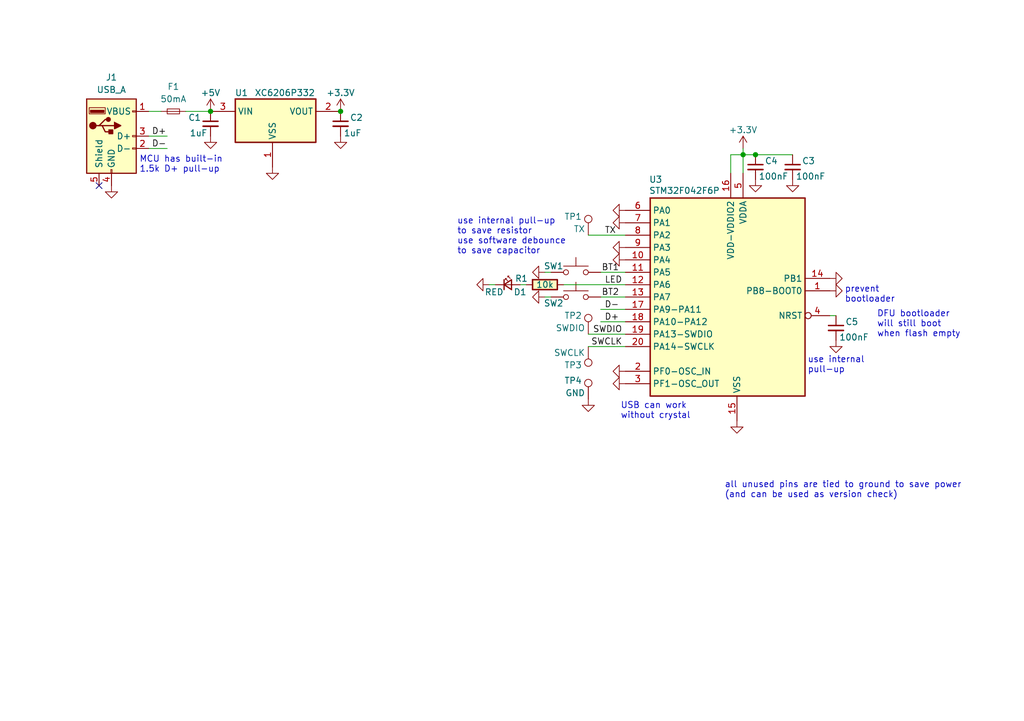
<source format=kicad_sch>
(kicad_sch (version 20231120) (generator "eeschema") (generator_version "8.0")
  (paper "A5")
  (title_block (title "passkey") (date "$date$") (rev "$version$.$revision$") (company "CuVoodoo") (comment 1 "King Kévin") (comment 2 "CERN-OHL-S") (comment 3 "credential typer"))
  (lib_symbols
    (symbol "Connector:TestPoint" (pin_numbers hide) (pin_names (offset 0.762) hide)
      (property "Reference" "TP" (at 0 6.858 0))
      (property "Value" "TestPoint" (at 0 5.08 0))
      (symbol "TestPoint_0_1"
        (circle (center 0 3.302) (radius 0.762))
      )
      (symbol "TestPoint_1_1"
        (pin passive line (at 0 0 90) (length 2.54) (name "1") (number "1"))
      )
    )
    (symbol "Connector:USB_A" (pin_names (offset 1.016))
      (property "Reference" "J" (at -5.08 11.43 0))
      (property "Value" "USB_A" (at -5.08 8.89 0))
      (symbol "USB_A_0_1"
        (rectangle (start -5.08 -7.62) (end 5.08 7.62) (stroke (width 0.254)) (fill (type background)))
        (circle (center -3.81 2.159) (radius 0.635) (stroke (width 0.254)) (fill (type outline)))
        (rectangle (start -1.524 4.826) (end -4.318 5.334) (fill (type outline)))
        (rectangle (start -1.27 4.572) (end -4.572 5.842))
        (circle (center -0.635 3.429) (radius 0.381) (stroke (width 0.254)) (fill (type outline)))
        (rectangle (start -0.127 -7.62) (end 0.127 -6.858))
        (polyline (pts (xy -3.175 2.159) (xy -2.54 2.159) (xy -1.27 3.429) (xy -0.635 3.429)) (stroke (width 0.254)))
        (polyline (pts (xy -2.54 2.159) (xy -1.905 2.159) (xy -1.27 0.889) (xy 0 0.889)) (stroke (width 0.254)))
        (polyline (pts (xy 0.635 2.794) (xy 0.635 1.524) (xy 1.905 2.159) (xy 0.635 2.794)) (stroke (width 0.254)) (fill (type outline)))
        (rectangle (start 0.254 1.27) (end -0.508 0.508) (stroke (width 0.254)) (fill (type outline)))
        (rectangle (start 5.08 -2.667) (end 4.318 -2.413))
        (rectangle (start 5.08 -0.127) (end 4.318 0.127))
        (rectangle (start 5.08 4.953) (end 4.318 5.207))
      )
      (symbol "USB_A_1_1"
        (polyline (pts (xy -1.905 2.159) (xy 0.635 2.159)) (stroke (width 0.254)))
        (pin power_in line (at 7.62 5.08 180) (length 2.54) (name "VBUS") (number "1"))
        (pin bidirectional line (at 7.62 -2.54 180) (length 2.54) (name "D-") (number "2"))
        (pin bidirectional line (at 7.62 0 180) (length 2.54) (name "D+") (number "3"))
        (pin power_in line (at 0 -10.16 90) (length 2.54) (name "GND") (number "4"))
        (pin passive line (at -2.54 -10.16 90) (length 2.54) (name "Shield") (number "5"))
      )
    )
    (symbol "partdb:LED/KT-0603R" (pin_numbers hide) (pin_names (offset 0.254) hide)
      (property "Reference" "D" (at -1.27 3.175 0))
      (property "Value" "LED_Small" (at -4.445 -2.54 0))
      (symbol "LED/KT-0603R_0_1"
        (polyline (pts (xy -0.762 -1.016) (xy -0.762 1.016)) (stroke (width 0.254)))
        (polyline (pts (xy 1.016 0) (xy -0.762 0)))
        (polyline (pts (xy 0.762 -1.016) (xy -0.762 0) (xy 0.762 1.016) (xy 0.762 -1.016)) (stroke (width 0.254)))
        (polyline (pts (xy 0 0.762) (xy -0.508 1.27) (xy -0.254 1.27) (xy -0.508 1.27) (xy -0.508 1.016)))
        (polyline (pts (xy 0.508 1.27) (xy 0 1.778) (xy 0.254 1.778) (xy 0 1.778) (xy 0 1.524)))
      )
      (symbol "LED/KT-0603R_1_1"
        (pin passive line (at -2.54 0 0) (length 1.778) (name "K") (number "1"))
        (pin passive line (at 2.54 0 180) (length 1.778) (name "A") (number "2"))
      )
    )
    (symbol "partdb:MCU/STM32F042F6P6"
      (property "Reference" "U" (at 0 0.762 0))
      (property "Value" "STM32F042FxP" (at 18.542 -41.402 0))
      (symbol "MCU/STM32F042F6P6_1_1"
        (rectangle (start 0 0) (end 31.75 -40.64) (stroke (width 0.305)) (fill (type background)))
        (pin bidirectional line (at 36.83 -19.05 180) (length 5.08) (name "PB8-BOOT0") (number "1"))
        (pin bidirectional line (at -5.08 -12.7 0) (length 5.08) (name "PA4") (number "10"))
        (pin bidirectional line (at -5.08 -15.24 0) (length 5.08) (name "PA5") (number "11"))
        (pin bidirectional line (at -5.08 -17.78 0) (length 5.08) (name "PA6") (number "12"))
        (pin bidirectional line (at -5.08 -20.32 0) (length 5.08) (name "PA7") (number "13"))
        (pin bidirectional line (at 36.83 -16.51 180) (length 5.08) (name "PB1") (number "14"))
        (pin power_in line (at 17.78 -45.72 90) (length 5.08) (name "VSS") (number "15"))
        (pin unspecified line (at 16.51 5.08 270) (length 5.08) (name "VDD-VDDIO2") (number "16"))
        (pin bidirectional line (at -5.08 -22.86 0) (length 5.08) (name "PA9-PA11") (number "17"))
        (pin bidirectional line (at -5.08 -25.4 0) (length 5.08) (name "PA10-PA12") (number "18"))
        (pin bidirectional line (at -5.08 -27.94 0) (length 5.08) (name "PA13-SWDIO") (number "19"))
        (pin bidirectional line (at -5.08 -35.56 0) (length 5.08) (name "PF0-OSC_IN") (number "2"))
        (pin bidirectional line (at -5.08 -30.48 0) (length 5.08) (name "PA14-SWCLK") (number "20"))
        (pin bidirectional line (at -5.08 -38.1 0) (length 5.08) (name "PF1-OSC_OUT") (number "3"))
        (pin input inverted (at 36.83 -24.13 180) (length 5.08) (name "NRST") (number "4"))
        (pin power_in line (at 19.05 5.08 270) (length 5.08) (name "VDDA") (number "5"))
        (pin bidirectional line (at -5.08 -2.54 0) (length 5.08) (name "PA0") (number "6"))
        (pin bidirectional line (at -5.08 -5.08 0) (length 5.08) (name "PA1") (number "7"))
        (pin bidirectional line (at -5.08 -7.62 0) (length 5.08) (name "PA2") (number "8"))
        (pin bidirectional line (at -5.08 -10.16 0) (length 5.08) (name "PA3") (number "9"))
      )
    )
    (symbol "partdb:button/1TS003B-1900-3500A-CT" (pin_numbers hide) (pin_names (offset 1.016) hide)
      (property "Reference" "SW" (at 1.27 2.54 0))
      (property "Value" "SW_Push" (at 0 -1.524 0))
      (symbol "button/1TS003B-1900-3500A-CT_0_1"
        (circle (center -2.032 0) (radius 0.508))
        (polyline (pts (xy 0 1.27) (xy 0 3.048)))
        (polyline (pts (xy 2.54 1.27) (xy -2.54 1.27)))
        (circle (center 2.032 0) (radius 0.508))
        (pin passive line (at -5.08 0 0) (length 2.54) (name "1") (number "1"))
        (pin passive line (at 5.08 0 180) (length 2.54) (name "2") (number "2"))
      )
    )
    (symbol "partdb:capacitor/C0603 0.1uF 50V" (pin_numbers hide) (pin_names (offset 0.254) hide)
      (property "Reference" "C" (at 0.254 1.778 0))
      (property "Value" "C_Small" (at 0.254 -2.032 0))
      (symbol "capacitor/C0603 0.1uF 50V_0_1"
        (polyline (pts (xy -1.524 -0.508) (xy 1.524 -0.508)) (stroke (width 0.3302)))
        (polyline (pts (xy -1.524 0.508) (xy 1.524 0.508)) (stroke (width 0.3048)))
      )
      (symbol "capacitor/C0603 0.1uF 50V_1_1"
        (pin passive line (at 0 2.54 270) (length 2.032) (name "~") (number "1"))
        (pin passive line (at 0 -2.54 90) (length 2.032) (name "~") (number "2"))
      )
    )
    (symbol "partdb:capacitor/CL10A105KB8NNNC" (pin_numbers hide) (pin_names (offset 0.254) hide)
      (property "Reference" "C" (at 0.254 1.778 0))
      (property "Value" "C_Small" (at 0.254 -2.032 0))
      (symbol "capacitor/CL10A105KB8NNNC_0_1"
        (polyline (pts (xy -1.524 -0.508) (xy 1.524 -0.508)) (stroke (width 0.3302)))
        (polyline (pts (xy -1.524 0.508) (xy 1.524 0.508)) (stroke (width 0.3048)))
      )
      (symbol "capacitor/CL10A105KB8NNNC_1_1"
        (pin passive line (at 0 2.54 270) (length 2.032) (name "~") (number "1"))
        (pin passive line (at 0 -2.54 90) (length 2.032) (name "~") (number "2"))
      )
    )
    (symbol "partdb:fuse/nSMD005" (pin_numbers hide) (pin_names (offset 0.254) hide)
      (property "Reference" "F" (at 0 -1.524 0))
      (property "Value" "Fuse_Small" (at 0 1.524 0))
      (symbol "fuse/nSMD005_0_1"
        (rectangle (start -1.27 0.508) (end 1.27 -0.508))
        (polyline (pts (xy -1.27 0) (xy 1.27 0)))
      )
      (symbol "fuse/nSMD005_1_1"
        (pin passive line (at -2.54 0 0) (length 1.27) (name "~") (number "1"))
        (pin passive line (at 2.54 0 180) (length 1.27) (name "~") (number "2"))
      )
    )
    (symbol "partdb:resistor/0603WAF1002T5E" (pin_numbers hide) (pin_names hide)
      (property "Reference" "R" (at 0 1.778 0))
      (property "Value" "R0603" (at 0 -1.778 0))
      (symbol "resistor/0603WAF1002T5E_1_1"
        (rectangle (start -2.54 1.016) (end 2.54 -1.016) (stroke (width 0.305)) (fill (type background)))
        (pin passive line (at -3.81 0 0) (length 1.27) (name "L") (number "1"))
        (pin passive line (at 3.81 0 180) (length 1.27) (name "R") (number "2"))
      )
    )
    (symbol "partdb:voltage regulator/XC6206P332MR"
      (property "Reference" "U" (at 8.255 0.762 0))
      (property "Value" "XC6206" (at 8.382 -9.652 0))
      (symbol "voltage regulator/XC6206P332MR_1_1"
        (rectangle (start 0 0) (end 16.51 -8.89) (stroke (width 0.305)) (fill (type background)))
        (pin power_in line (at 7.62 -13.97 90) (length 5.08) (name "VSS") (number "1"))
        (pin unspecified line (at 21.59 -2.54 180) (length 5.08) (name "VOUT") (number "2"))
        (pin power_in line (at -5.08 -2.54 0) (length 5.08) (name "VIN") (number "3"))
      )
    )
    (symbol "power:+3.3V" (power) (pin_names (offset 0))
      (property "Value" "+3.3V" (at 0 3.556 0))
      (symbol "+3.3V_0_1"
        (polyline (pts (xy -0.762 1.27) (xy 0 2.54)))
        (polyline (pts (xy 0 0) (xy 0 2.54)))
        (polyline (pts (xy 0 2.54) (xy 0.762 1.27)))
      )
      (symbol "+3.3V_1_1"
        (pin power_in line (at 0 0 90) (length 0) hide (name "+3.3V") (number "1"))
      )
    )
    (symbol "power:+5V" (power) (pin_names (offset 0))
      (property "Value" "+5V" (at 0 3.556 0))
      (symbol "+5V_0_1"
        (polyline (pts (xy -0.762 1.27) (xy 0 2.54)))
        (polyline (pts (xy 0 0) (xy 0 2.54)))
        (polyline (pts (xy 0 2.54) (xy 0.762 1.27)))
      )
      (symbol "+5V_1_1"
        (pin power_in line (at 0 0 90) (length 0) hide (name "+5V") (number "1"))
      )
    )
    (symbol "power:GND" (power) (pin_names (offset 0))
      (property "Value" "GND" (at 0 -3.81 0))
      (symbol "GND_0_1"
        (polyline (pts (xy 0 0) (xy 0 -1.27) (xy 1.27 -1.27) (xy 0 -2.54) (xy -1.27 -1.27) (xy 0 -1.27)))
      )
      (symbol "GND_1_1"
        (pin power_in line (at 0 0 270) (length 0) hide (name "GND") (number "1"))
      )
    )
  )
  (junction (at 69.85 22.86))
  (junction (at 154.94 31.75))
  (junction (at 152.4 31.75))
  (junction (at 43.18 22.86))
  (no_connect (at 20.32 38.1))
  (wire (pts (xy 120.65 48.26) (xy 128.27 48.26)))
  (wire (pts (xy 171.45 64.77) (xy 170.18 64.77)))
  (wire (pts (xy 152.4 31.75) (xy 149.86 31.75)))
  (wire (pts (xy 123.19 55.88) (xy 128.27 55.88)))
  (wire (pts (xy 38.1 22.86) (xy 43.18 22.86)))
  (wire (pts (xy 123.19 63.5) (xy 128.27 63.5)))
  (wire (pts (xy 162.56 31.75) (xy 154.94 31.75)))
  (wire (pts (xy 123.19 66.04) (xy 128.27 66.04)))
  (wire (pts (xy 30.48 27.94) (xy 34.29 27.94)))
  (wire (pts (xy 120.65 71.12) (xy 128.27 71.12)))
  (wire (pts (xy 152.4 30.48) (xy 152.4 31.75)))
  (wire (pts (xy 128.27 60.96) (xy 123.19 60.96)))
  (wire (pts (xy 106.68 58.42) (xy 107.95 58.42)))
  (wire (pts (xy 154.94 31.75) (xy 152.4 31.75)))
  (wire (pts (xy 149.86 31.75) (xy 149.86 35.56)))
  (wire (pts (xy 100.33 58.42) (xy 101.6 58.42)))
  (wire (pts (xy 115.57 58.42) (xy 128.27 58.42)))
  (wire (pts (xy 152.4 31.75) (xy 152.4 35.56)))
  (wire (pts (xy 111.76 60.96) (xy 113.03 60.96)))
  (wire (pts (xy 111.76 55.88) (xy 113.03 55.88)))
  (wire (pts (xy 30.48 22.86) (xy 33.02 22.86)))
  (wire (pts (xy 120.65 68.58) (xy 128.27 68.58)))
  (wire (pts (xy 30.48 30.48) (xy 34.29 30.48)))
  (text "use internal\npull-up" (at 165.608 76.708 0) (effects (font (size 1.27 1.27)) (justify left bottom)))
  (text "all unused pins are tied to ground to save power\n(and can be used as version check)" (at 148.59 102.362 0) (effects (font (size 1.27 1.27)) (justify left bottom)))
  (text "prevent\nbootloader" (at 173.228 62.23 0) (effects (font (size 1.27 1.27)) (justify left bottom)))
  (text "USB can work\nwithout crystal" (at 127.254 86.106 0) (effects (font (size 1.27 1.27)) (justify left bottom)))
  (text "DFU bootloader\nwill still boot\nwhen flash empty" (at 179.832 66.548 0) (effects (font (size 1.27 1.27)) (justify left)))
  (text "MCU has built-in\n1.5k D+ pull-up" (at 28.575 35.56 0) (effects (font (size 1.27 1.27)) (justify left bottom)))
  (text "use internal pull-up\nto save resistor\nuse software debounce\nto save capacitor" (at 93.726 52.324 0) (effects (font (size 1.27 1.27)) (justify left bottom)))
  (label "D-" (at 31.115 30.48 0))
  (label "D+" (at 127 66.04 180))
  (label "BT2" (at 127 60.96 180))
  (label "BT1" (at 127 55.88 180))
  (label "D+" (at 31.115 27.94 0))
  (label "TX" (at 126.365 48.26 180))
  (label "LED" (at 127.635 58.42 180))
  (label "SWDIO" (at 127.635 68.58 180))
  (label "SWCLK" (at 127.635 71.12 180))
  (label "D-" (at 127 63.5 180))
  (symbol (lib_id "power:GND") (at 43.18 27.94 0) (unit 1)
    (property "Reference" "#PWR03" (effects (hide yes)))
    (property "Value" "GND" (effects (hide yes)))
  )
  (symbol (lib_id "power:GND") (at 170.18 57.15 90) (mirror x) (unit 1)
    (property "Reference" "#PWR023" (effects (hide yes)))
    (property "Value" "GND" (effects (hide yes)))
  )
  (symbol (lib_id "power:GND") (at 151.13 86.36 0) (mirror y) (unit 1)
    (property "Reference" "#PWR016" (effects (hide yes)))
    (property "Value" "GND" (effects (hide yes)))
  )
  (symbol (lib_id "partdb:MCU/STM32F042F6P6") (at 133.35 40.64 0) (unit 1)
    (property "Reference" "U3" (at 133.096 36.83 0) (effects (justify left)))
    (property "Value" "STM32F042F6P" (at 133.096 39.116 0) (effects (justify left)))
    (property "Footprint" "qeda:SOP65P640X120-20N" (effects (hide yes)))
    (property "Datasheet" "https://www.st.com/resource/en/datasheet/stm32f042f6.pdf" (effects (hide yes)))
    (property "Description" "Cortex-M0 USB line MCU, 32KB flash" (effects (hide yes)))
    (property "qeda_part" "mcu/st_stm32f042" (effects (hide yes)))
    (property "qeda_variant" "FxP" (effects (hide yes)))
    (property "JLCPCB_CORRECTION" "0;0;90" (effects (hide yes)))
    (property "LCSC" "C2969989" (effects (hide yes)))
  )
  (symbol (lib_id "partdb:LED/KT-0603R") (at 104.14 58.42 0) (unit 1)
    (property "Reference" "D1" (at 106.68 59.944 0))
    (property "Value" "RED" (at 101.346 59.944 0))
    (property "Footprint" "qeda:UPC1608X90N" (effects (hide yes)))
    (property "Datasheet" "https://datasheet.lcsc.com/lcsc/1810231112_Hubei-KENTO-Elec-KT-0603R_C2286.pdf" (effects (hide yes)))
    (property "Description" "LED red 0603" (effects (hide yes)))
    (property "qeda_part" "diode/led0603" (effects (hide yes)))
    (property "JLCPCB_CORRECTION" "0;0;90" (effects (hide yes)))
    (property "JLCPCB" "C2286" (effects (hide yes)))
  )
  (symbol (lib_id "power:GND") (at 154.94 36.83 0) (mirror y) (unit 1)
    (property "Reference" "#PWR010" (effects (hide yes)))
    (property "Value" "GND" (effects (hide yes)))
  )
  (symbol (lib_id "partdb:resistor/0603WAF1002T5E") (at 111.76 58.42 0) (mirror y) (unit 1)
    (property "Reference" "R1" (at 106.934 57.15 0))
    (property "Value" "10k" (at 111.76 58.42 0))
    (property "Footprint" "qeda:UC1608X55N" (effects (hide yes)))
    (property "Datasheet" "https://datasheet.lcsc.com/lcsc/2206010045_UNI-ROYAL-Uniroyal-Elec-0603WAF1002T5E_C25804.pdf" (effects (hide yes)))
    (property "Description" "R0603 10k 1%" (effects (hide yes)))
    (property "qeda_part" "resistor/r0603" (effects (hide yes)))
    (property "JLCPCB_CORRECTION" "0;0;-90" (effects (hide yes)))
    (property "LCSC" "C25804" (effects (hide yes)))
    (property "JLCPCB" "C21190" (effects (hide yes)))
  )
  (symbol (lib_id "power:GND") (at 120.65 81.915 0) (unit 1)
    (property "Reference" "#PWR013" (effects (hide yes)))
    (property "Value" "GND" (effects (hide yes)))
  )
  (symbol (lib_id "partdb:capacitor/CL10A105KB8NNNC") (at 69.85 25.4 0) (unit 1)
    (property "Reference" "C2" (at 71.755 24.13 0) (effects (justify left)))
    (property "Value" "1uF" (at 70.485 27.305 0) (effects (justify left)))
    (property "Footprint" "qeda:CAPC1608X92N" (effects (hide yes)))
    (property "Datasheet" "https://datasheet.lcsc.com/lcsc/2304140030_Samsung-Electro-Mechanics-CL10A105KB8NNNC_C15849.pdf" (effects (hide yes)))
    (property "Description" "C0603 1uF 50V" (effects (hide yes)))
    (property "qeda_part" "capacitor/c0603" (effects (hide yes)))
    (property "JLCPCB_CORRECTION" "0;0;-90" (effects (hide yes)))
    (property "JLCPCB" "C15849" (effects (hide yes)))
  )
  (symbol (lib_id "partdb:voltage regulator/XC6206P332MR") (at 48.26 20.32 0) (unit 1)
    (property "Reference" "U1" (at 49.53 19.05 0))
    (property "Value" "XC6206P332" (at 58.42 19.05 0))
    (property "Footprint" "qeda:SOT95P280X130-3N" (effects (hide yes)))
    (property "Datasheet" "https://www.torexsemi.com/file/xc6206/XC6206.pdf" (effects (hide yes)))
    (property "Description" "LDO 3.3V 0.2A" (effects (hide yes)))
    (property "qeda_part" "vreg/ldo_torex_xc6206" (effects (hide yes)))
    (property "qeda_variant" "MR" (effects (hide yes)))
    (property "JLCPCB_CORRECTION" "0;0;0" (effects (hide yes)))
    (property "JLCPCB" "C5446" (effects (hide yes)))
  )
  (symbol (lib_id "power:GND") (at 111.76 60.96 270) (mirror x) (unit 1)
    (property "Reference" "#PWR014" (effects (hide yes)))
    (property "Value" "GND" (effects (hide yes)))
  )
  (symbol (lib_id "Connector:TestPoint") (at 120.65 71.12 180) (unit 1)
    (property "Reference" "TP3" (at 119.38 74.93 0) (effects (justify left)))
    (property "Value" "SWCLK" (at 120.015 72.39 0) (effects (justify left)))
    (property "Footprint" "TestPoint:TestPoint_Pad_D1.0mm" (effects (hide yes)))
  )
  (symbol (lib_id "partdb:button/1TS003B-1900-3500A-CT") (at 118.11 55.88 0) (unit 1)
    (property "Reference" "SW1" (at 113.538 54.61 0))
    (property "Value" "SW_Push" (effects (hide yes)))
    (property "Footprint" "qeda:MECHANICAL_1TS003B" (effects (hide yes)))
    (property "Datasheet" "https://datasheet.lcsc.com/lcsc/1811070920_HYP--Hongyuan-Precision-1TS003B-1900-3500A-CT_C319395.pdf" (effects (hide yes)))
    (property "Description" "side button" (effects (hide yes)))
    (property "qeda_part" "mechanical/smd-button_hyp_1ts003b" (effects (hide yes)))
    (property "JLCPCB_CORRECTION" "0;0.7;180" (effects (hide yes)))
    (property "LCSC" "C319395" (effects (hide yes)))
  )
  (symbol (lib_id "power:GND") (at 111.76 55.88 270) (mirror x) (unit 1)
    (property "Reference" "#PWR06" (effects (hide yes)))
    (property "Value" "GND" (effects (hide yes)))
  )
  (symbol (lib_id "power:GND") (at 22.86 38.1 0) (unit 1)
    (property "Reference" "#PWR01" (effects (hide yes)))
    (property "Value" "GND" (effects (hide yes)))
  )
  (symbol (lib_id "power:+3.3V") (at 152.4 30.48 0) (mirror y) (unit 1)
    (property "Reference" "#PWR011" (effects (hide yes)))
    (property "Value" "+3.3V" (at 152.4 26.67 0))
  )
  (symbol (lib_id "power:+3.3V") (at 69.85 22.86 0) (unit 1)
    (property "Reference" "#PWR07" (effects (hide yes)))
    (property "Value" "+3.3V" (at 69.85 19.05 0))
  )
  (symbol (lib_id "partdb:capacitor/C0603 0.1uF 50V") (at 154.94 34.29 0) (unit 1)
    (property "Reference" "C4" (at 156.845 33.02 0) (effects (justify left)))
    (property "Value" "100nF" (at 155.575 36.195 0) (effects (justify left)))
    (property "Footprint" "qeda:CAPC1608X92N" (effects (hide yes)))
    (property "Description" "100nF ±20% 50V X7R" (effects (hide yes)))
    (property "qeda_part" "capacitor/c0603" (effects (hide yes)))
    (property "JLCPCB_CORRECTION" "0;0;-90" (effects (hide yes)))
    (property "LCSC" "C108097" (effects (hide yes)))
    (property "JLCPCB" "C14663" (effects (hide yes)))
  )
  (symbol (lib_id "partdb:capacitor/CL10A105KB8NNNC") (at 43.18 25.4 0) (mirror y) (unit 1)
    (property "Reference" "C1" (at 41.275 24.13 0) (effects (justify left)))
    (property "Value" "1uF" (at 42.545 27.305 0) (effects (justify left)))
    (property "Footprint" "qeda:CAPC1608X92N" (effects (hide yes)))
    (property "Datasheet" "https://datasheet.lcsc.com/lcsc/2304140030_Samsung-Electro-Mechanics-CL10A105KB8NNNC_C15849.pdf" (effects (hide yes)))
    (property "Description" "C0603 1uF 50V" (effects (hide yes)))
    (property "qeda_part" "capacitor/c0603" (effects (hide yes)))
    (property "JLCPCB_CORRECTION" "0;0;-90" (effects (hide yes)))
    (property "JLCPCB" "C15849" (effects (hide yes)))
  )
  (symbol (lib_id "partdb:capacitor/C0603 0.1uF 50V") (at 171.45 67.31 0) (unit 1)
    (property "Reference" "C5" (at 173.355 66.04 0) (effects (justify left)))
    (property "Value" "100nF" (at 172.085 69.215 0) (effects (justify left)))
    (property "Footprint" "qeda:CAPC1608X92N" (effects (hide yes)))
    (property "Description" "100nF ±20% 50V X7R" (effects (hide yes)))
    (property "qeda_part" "capacitor/c0603" (effects (hide yes)))
    (property "JLCPCB_CORRECTION" "0;0;-90" (effects (hide yes)))
    (property "LCSC" "C108097" (effects (hide yes)))
    (property "JLCPCB" "C14663" (effects (hide yes)))
  )
  (symbol (lib_id "Connector:TestPoint") (at 120.65 48.26 0) (mirror y) (unit 1)
    (property "Reference" "TP1" (at 119.38 44.45 0) (effects (justify left)))
    (property "Value" "TX" (at 120.015 46.99 0) (effects (justify left)))
    (property "Footprint" "TestPoint:TestPoint_Pad_D1.0mm" (effects (hide yes)))
  )
  (symbol (lib_id "Connector:USB_A") (at 22.86 27.94 0) (unit 1) (in_bom no)
    (property "Reference" "J1" (at 22.86 15.875 0))
    (property "Value" "USB_A" (at 22.86 18.415 0))
    (property "Footprint" "qeda:CONNECTOR_USB-A-PLUG" (effects (hide yes)))
    (property "Datasheet" " ~" (effects (hide yes)))
  )
  (symbol (lib_id "Connector:TestPoint") (at 120.65 68.58 0) (mirror y) (unit 1)
    (property "Reference" "TP2" (at 119.38 64.77 0) (effects (justify left)))
    (property "Value" "SWDIO" (at 120.015 67.31 0) (effects (justify left)))
    (property "Footprint" "TestPoint:TestPoint_Pad_D1.0mm" (effects (hide yes)))
  )
  (symbol (lib_id "power:GND") (at 128.27 53.34 270) (mirror x) (unit 1)
    (property "Reference" "#PWR020" (effects (hide yes)))
    (property "Value" "GND" (effects (hide yes)))
  )
  (symbol (lib_id "power:GND") (at 100.33 58.42 270) (mirror x) (unit 1)
    (property "Reference" "#PWR017" (effects (hide yes)))
    (property "Value" "GND" (effects (hide yes)))
  )
  (symbol (lib_id "partdb:fuse/nSMD005") (at 35.56 22.86 0) (unit 1)
    (property "Reference" "F1" (at 35.56 17.78 0))
    (property "Value" "50mA" (at 35.56 20.32 0))
    (property "Footprint" "qeda:FUSC3215X117N" (effects (hide yes)))
    (property "Datasheet" "https://datasheet.lcsc.com/lcsc/2304140030_TECHFUSE-nSMD005_C70064.pdf" (effects (hide yes)))
    (property "Description" "PTC fuse 150mA" (effects (hide yes)))
    (property "qeda_part" "vreg/fuse_1206" (effects (hide yes)))
    (property "JLCPCB_CORRECTION" "0;0;90" (effects (hide yes)))
    (property "LCSC" "C70064" (effects (hide yes)))
  )
  (symbol (lib_id "partdb:capacitor/C0603 0.1uF 50V") (at 162.56 34.29 0) (unit 1)
    (property "Reference" "C3" (at 164.465 33.02 0) (effects (justify left)))
    (property "Value" "100nF" (at 163.195 36.195 0) (effects (justify left)))
    (property "Footprint" "qeda:CAPC1608X92N" (effects (hide yes)))
    (property "Description" "100nF ±20% 50V X7R" (effects (hide yes)))
    (property "qeda_part" "capacitor/c0603" (effects (hide yes)))
    (property "JLCPCB_CORRECTION" "0;0;-90" (effects (hide yes)))
    (property "LCSC" "C108097" (effects (hide yes)))
    (property "JLCPCB" "C14663" (effects (hide yes)))
  )
  (symbol (lib_id "Connector:TestPoint") (at 120.65 81.915 0) (mirror y) (unit 1)
    (property "Reference" "TP4" (at 119.38 78.105 0) (effects (justify left)))
    (property "Value" "GND" (at 120.015 80.645 0) (effects (justify left)))
    (property "Footprint" "TestPoint:TestPoint_Pad_D1.0mm" (effects (hide yes)))
  )
  (symbol (lib_id "power:GND") (at 128.27 43.18 270) (mirror x) (unit 1)
    (property "Reference" "#PWR04" (effects (hide yes)))
    (property "Value" "GND" (effects (hide yes)))
  )
  (symbol (lib_id "power:GND") (at 128.27 78.74 270) (mirror x) (unit 1)
    (property "Reference" "#PWR022" (effects (hide yes)))
    (property "Value" "GND" (effects (hide yes)))
  )
  (symbol (lib_id "power:GND") (at 128.27 76.2 270) (mirror x) (unit 1)
    (property "Reference" "#PWR021" (effects (hide yes)))
    (property "Value" "GND" (effects (hide yes)))
  )
  (symbol (lib_id "power:GND") (at 128.27 50.8 270) (mirror x) (unit 1)
    (property "Reference" "#PWR019" (effects (hide yes)))
    (property "Value" "GND" (effects (hide yes)))
  )
  (symbol (lib_id "power:GND") (at 170.18 59.69 90) (unit 1)
    (property "Reference" "#PWR015" (effects (hide yes)))
    (property "Value" "GND" (effects (hide yes)))
  )
  (symbol (lib_id "power:GND") (at 69.85 27.94 0) (unit 1)
    (property "Reference" "#PWR08" (effects (hide yes)))
    (property "Value" "GND" (effects (hide yes)))
  )
  (symbol (lib_id "power:GND") (at 162.56 36.83 0) (mirror y) (unit 1)
    (property "Reference" "#PWR09" (effects (hide yes)))
    (property "Value" "GND" (effects (hide yes)))
  )
  (symbol (lib_id "power:+5V") (at 43.18 22.86 0) (unit 1)
    (property "Reference" "#PWR02" (effects (hide yes)))
    (property "Value" "+5V" (at 43.18 19.05 0))
  )
  (symbol (lib_id "partdb:button/1TS003B-1900-3500A-CT") (at 118.11 60.96 0) (mirror y) (unit 1)
    (property "Reference" "SW2" (at 113.538 62.23 0))
    (property "Value" "SW_Push" (effects (hide yes)))
    (property "Footprint" "qeda:MECHANICAL_1TS003B" (effects (hide yes)))
    (property "Datasheet" "https://datasheet.lcsc.com/lcsc/1811070920_HYP--Hongyuan-Precision-1TS003B-1900-3500A-CT_C319395.pdf" (effects (hide yes)))
    (property "Description" "side button" (effects (hide yes)))
    (property "qeda_part" "mechanical/smd-button_hyp_1ts003b" (effects (hide yes)))
    (property "JLCPCB_CORRECTION" "0;0.7;180" (effects (hide yes)))
    (property "LCSC" "C319395" (effects (hide yes)))
  )
  (symbol (lib_id "power:GND") (at 171.45 69.85 0) (mirror y) (unit 1)
    (property "Reference" "#PWR012" (effects (hide yes)))
    (property "Value" "GND" (effects (hide yes)))
  )
  (symbol (lib_id "power:GND") (at 128.27 45.72 270) (mirror x) (unit 1)
    (property "Reference" "#PWR018" (effects (hide yes)))
    (property "Value" "GND" (effects (hide yes)))
  )
  (symbol (lib_id "power:GND") (at 55.88 34.29 0) (unit 1)
    (property "Reference" "#PWR05" (effects (hide yes)))
    (property "Value" "GND" (effects (hide yes)))
  )
)
</source>
